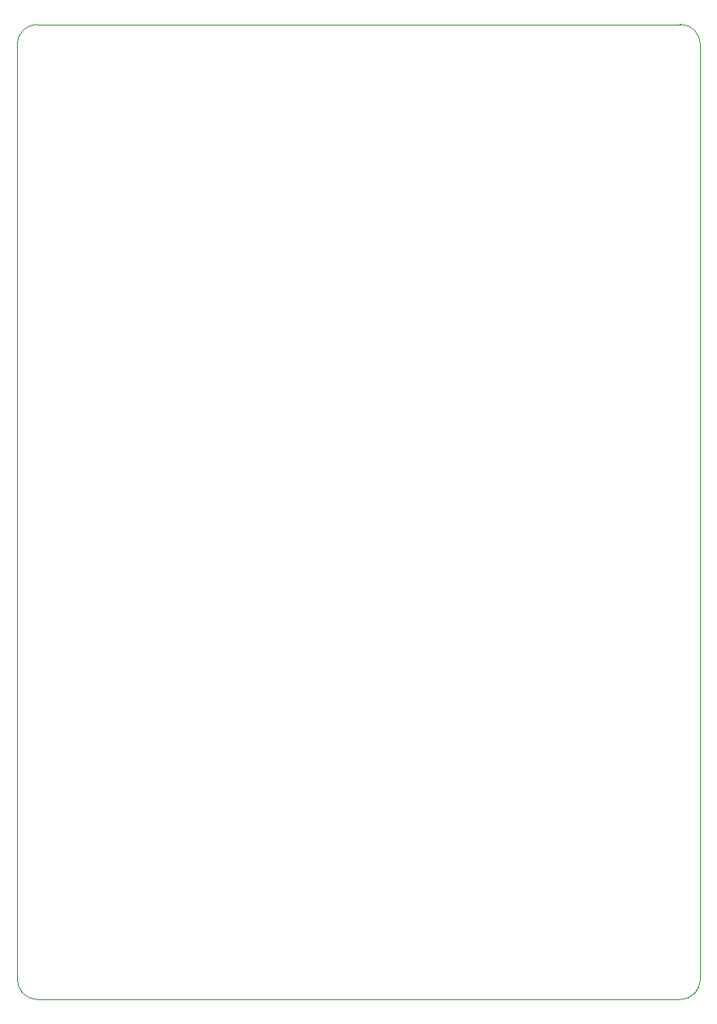
<source format=gbr>
%TF.GenerationSoftware,Altium Limited,Altium Designer,23.5.1 (21)*%
G04 Layer_Color=0*
%FSLAX45Y45*%
%MOMM*%
%TF.SameCoordinates,7ECB1A03-3DEC-426C-BD6E-5A7E68E82EE6*%
%TF.FilePolarity,Positive*%
%TF.FileFunction,Profile,NP*%
%TF.Part,Single*%
G01*
G75*
%TA.AperFunction,Profile*%
%ADD61C,0.02540*%
D61*
X0Y200000D02*
Y9500000D01*
D02*
G02*
X200000Y9700000I200000J-0D01*
G01*
X6600000D01*
D02*
G02*
X6800000Y9500000I0J-200000D01*
G01*
X6800000Y200000D01*
D02*
G02*
X6600000Y0I-200000J0D01*
G01*
X200000D01*
D02*
G02*
X0Y200000I0J200000D01*
G01*
%TF.MD5,cf4a0935565d89ed9885b154af05845c*%
M02*

</source>
